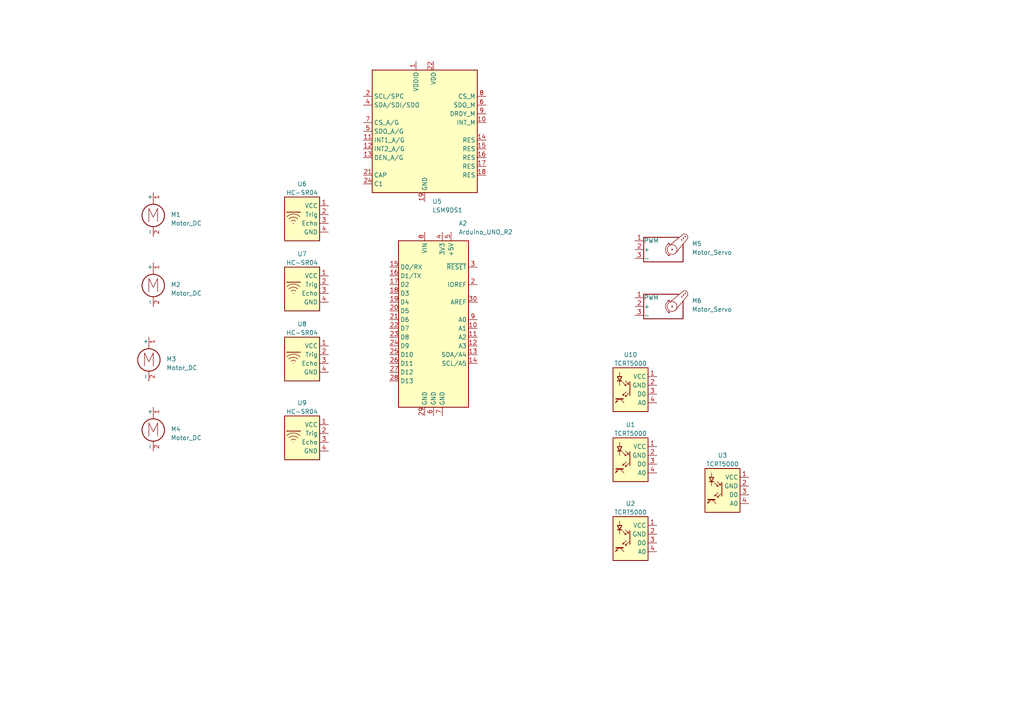
<source format=kicad_sch>
(kicad_sch (version 20231120) (generator "eeschema") (generator_version "8.0")
  (paper "A4")
  (lib_symbols
    (symbol "MCU_Module:Arduino_UNO_R2"
      (property "Reference" "A" (at -10.16 23.495 0))
      (property "Value" "Arduino_UNO_R2" (at 5.08 -26.67 0))
      (symbol "Arduino_UNO_R2_0_1"
        (rectangle (start -10.16 22.86) (end 10.16 -25.4) (stroke (width 0.254)) (fill (type background)))
      )
      (symbol "Arduino_UNO_R2_1_1"
        (pin no_connect line (at -10.16 -20.32 0) (length 2.54) hide (name "NC") (number "1"))
        (pin bidirectional line (at 12.7 -2.54 180) (length 2.54) (name "A1") (number "10"))
        (pin bidirectional line (at 12.7 -5.08 180) (length 2.54) (name "A2") (number "11"))
        (pin bidirectional line (at 12.7 -7.62 180) (length 2.54) (name "A3") (number "12"))
        (pin bidirectional line (at 12.7 -10.16 180) (length 2.54) (name "SDA/A4") (number "13"))
        (pin bidirectional line (at 12.7 -12.7 180) (length 2.54) (name "SCL/A5") (number "14"))
        (pin bidirectional line (at -12.7 15.24 0) (length 2.54) (name "D0/RX") (number "15"))
        (pin bidirectional line (at -12.7 12.7 0) (length 2.54) (name "D1/TX") (number "16"))
        (pin bidirectional line (at -12.7 10.16 0) (length 2.54) (name "D2") (number "17"))
        (pin bidirectional line (at -12.7 7.62 0) (length 2.54) (name "D3") (number "18"))
        (pin bidirectional line (at -12.7 5.08 0) (length 2.54) (name "D4") (number "19"))
        (pin output line (at 12.7 10.16 180) (length 2.54) (name "IOREF") (number "2"))
        (pin bidirectional line (at -12.7 2.54 0) (length 2.54) (name "D5") (number "20"))
        (pin bidirectional line (at -12.7 0 0) (length 2.54) (name "D6") (number "21"))
        (pin bidirectional line (at -12.7 -2.54 0) (length 2.54) (name "D7") (number "22"))
        (pin bidirectional line (at -12.7 -5.08 0) (length 2.54) (name "D8") (number "23"))
        (pin bidirectional line (at -12.7 -7.62 0) (length 2.54) (name "D9") (number "24"))
        (pin bidirectional line (at -12.7 -10.16 0) (length 2.54) (name "D10") (number "25"))
        (pin bidirectional line (at -12.7 -12.7 0) (length 2.54) (name "D11") (number "26"))
        (pin bidirectional line (at -12.7 -15.24 0) (length 2.54) (name "D12") (number "27"))
        (pin bidirectional line (at -12.7 -17.78 0) (length 2.54) (name "D13") (number "28"))
        (pin power_in line (at -2.54 -27.94 90) (length 2.54) (name "GND") (number "29"))
        (pin input line (at 12.7 15.24 180) (length 2.54) (name "~{RESET}") (number "3"))
        (pin input line (at 12.7 5.08 180) (length 2.54) (name "AREF") (number "30"))
        (pin power_out line (at 2.54 25.4 270) (length 2.54) (name "3V3") (number "4"))
        (pin power_out line (at 5.08 25.4 270) (length 2.54) (name "+5V") (number "5"))
        (pin power_in line (at 0 -27.94 90) (length 2.54) (name "GND") (number "6"))
        (pin power_in line (at 2.54 -27.94 90) (length 2.54) (name "GND") (number "7"))
        (pin power_in line (at -2.54 25.4 270) (length 2.54) (name "VIN") (number "8"))
        (pin bidirectional line (at 12.7 0 180) (length 2.54) (name "A0") (number "9"))
      )
    )
    (symbol "Motor:Motor_DC" (pin_names (offset 0))
      (property "Reference" "M" (at 2.54 2.54 0))
      (property "Value" "Motor_DC" (at 2.54 -5.08 0))
      (symbol "Motor_DC_0_0"
        (polyline (pts (xy -1.27 -3.302) (xy -1.27 0.508) (xy 0 -2.032) (xy 1.27 0.508) (xy 1.27 -3.302)))
      )
      (symbol "Motor_DC_0_1"
        (circle (center 0 -1.524) (radius 3.2512) (stroke (width 0.254)))
        (polyline (pts (xy 0 -7.62) (xy 0 -7.112)))
        (polyline (pts (xy 0 -4.7752) (xy 0 -5.1816)))
        (polyline (pts (xy 0 1.7272) (xy 0 2.0828)))
        (polyline (pts (xy 0 2.032) (xy 0 2.54)))
      )
      (symbol "Motor_DC_1_1"
        (pin passive line (at 0 5.08 270) (length 2.54) (name "+") (number "1"))
        (pin passive line (at 0 -7.62 90) (length 2.54) (name "-") (number "2"))
      )
    )
    (symbol "Motor:Motor_Servo" (pin_names (offset 0.0254))
      (property "Reference" "M" (at -5.08 4.445 0))
      (property "Value" "Motor_Servo" (at -5.08 -4.064 0))
      (symbol "Motor_Servo_0_1"
        (polyline (pts (xy 2.413 -1.778) (xy 2.032 -1.778)))
        (polyline (pts (xy 2.413 -1.778) (xy 2.286 -1.397)))
        (polyline (pts (xy 2.413 1.778) (xy 1.905 1.778)))
        (polyline (pts (xy 2.413 1.778) (xy 2.286 1.397)))
        (polyline (pts (xy 6.35 4.445) (xy 2.54 1.27)))
        (polyline (pts (xy 7.62 3.175) (xy 4.191 -1.016)))
        (polyline (pts (xy 5.08 3.556) (xy -5.08 3.556) (xy -5.08 -3.556) (xy 6.35 -3.556) (xy 6.35 1.524)) (stroke (width 0.254)))
        (arc (start 2.413 1.778) (mid 1.2406 0) (end 2.413 -1.778))
        (circle (center 3.175 0) (radius 0.1778))
        (circle (center 3.175 0) (radius 1.4224))
        (circle (center 5.969 2.794) (radius 0.127))
        (circle (center 6.477 3.302) (radius 0.127))
        (circle (center 6.985 3.81) (radius 0.127))
        (arc (start 7.62 3.175) (mid 7.4485 4.2735) (end 6.35 4.445))
      )
      (symbol "Motor_Servo_1_1"
        (pin passive line (at -7.62 2.54 0) (length 2.54) (name "PWM") (number "1"))
        (pin passive line (at -7.62 0 0) (length 2.54) (name "+") (number "2"))
        (pin passive line (at -7.62 -2.54 0) (length 2.54) (name "-") (number "3"))
      )
    )
    (symbol "Sensor_Motion:LSM9DS1"
      (property "Reference" "U" (at -15.24 21.59 0))
      (property "Value" "LSM9DS1" (at -15.24 19.05 0))
      (symbol "LSM9DS1_0_1"
        (rectangle (start -15.24 17.78) (end 15.24 -17.78) (stroke (width 0.254)) (fill (type background)))
      )
      (symbol "LSM9DS1_1_1"
        (pin power_in line (at -2.54 20.32 270) (length 2.54) (name "VDDIO") (number "1"))
        (pin output line (at 17.78 2.54 180) (length 2.54) (name "INT_M") (number "10"))
        (pin output line (at -17.78 -2.54 0) (length 2.54) (name "INT1_A/G") (number "11"))
        (pin output line (at -17.78 -5.08 0) (length 2.54) (name "INT2_A/G") (number "12"))
        (pin input line (at -17.78 -7.62 0) (length 2.54) (name "DEN_A/G") (number "13"))
        (pin bidirectional line (at 17.78 -2.54 180) (length 2.54) (name "RES") (number "14"))
        (pin bidirectional line (at 17.78 -5.08 180) (length 2.54) (name "RES") (number "15"))
        (pin bidirectional line (at 17.78 -7.62 180) (length 2.54) (name "RES") (number "16"))
        (pin bidirectional line (at 17.78 -10.16 180) (length 2.54) (name "RES") (number "17"))
        (pin bidirectional line (at 17.78 -12.7 180) (length 2.54) (name "RES") (number "18"))
        (pin power_in line (at 0 -20.32 90) (length 2.54) (name "GND") (number "19"))
        (pin input line (at -17.78 10.16 0) (length 2.54) (name "SCL/SPC") (number "2"))
        (pin passive line (at 0 -20.32 90) (length 2.54) hide (name "GND") (number "20"))
        (pin passive line (at -17.78 -12.7 0) (length 2.54) (name "CAP") (number "21"))
        (pin power_in line (at 2.54 20.32 270) (length 2.54) (name "VDD") (number "22"))
        (pin passive line (at 2.54 20.32 270) (length 2.54) hide (name "VDD") (number "23"))
        (pin passive line (at -17.78 -15.24 0) (length 2.54) (name "C1") (number "24"))
        (pin passive line (at -2.54 20.32 270) (length 2.54) hide (name "VDDIO") (number "3"))
        (pin bidirectional line (at -17.78 7.62 0) (length 2.54) (name "SDA/SDI/SDO") (number "4"))
        (pin output line (at -17.78 0 0) (length 2.54) (name "SDO_A/G") (number "5"))
        (pin output line (at 17.78 7.62 180) (length 2.54) (name "SDO_M") (number "6"))
        (pin input line (at -17.78 2.54 0) (length 2.54) (name "CS_A/G") (number "7"))
        (pin input line (at 17.78 10.16 180) (length 2.54) (name "CS_M") (number "8"))
        (pin output line (at 17.78 5.08 180) (length 2.54) (name "DRDY_M") (number "9"))
      )
    )
    (symbol "symbol_lib:HC-SR04"
      (property "Reference" "U" (at 0 0 0))
      (symbol "HC-SR04_0_1"
        (arc (start -1.905 -8.255) (mid -2.54 -7.992) (end -3.175 -8.255))
        (arc (start -1.27 -7.62) (mid -2.54 -7.0939) (end -3.81 -7.62))
        (arc (start -0.635 -6.985) (mid -2.54 -6.1959) (end -4.445 -6.985))
        (polyline (pts (xy -4.445 -5.715) (xy -4.191 -5.461)))
        (polyline (pts (xy -3.937 -5.715) (xy -3.683 -5.461)))
        (polyline (pts (xy -3.429 -5.715) (xy -3.175 -5.461)))
        (polyline (pts (xy -2.921 -5.715) (xy -2.667 -5.461)))
        (polyline (pts (xy -2.413 -5.715) (xy -2.159 -5.461)))
        (polyline (pts (xy -1.905 -5.715) (xy -1.651 -5.461)))
        (polyline (pts (xy -1.397 -5.715) (xy -1.143 -5.461)))
        (polyline (pts (xy -0.889 -5.715) (xy -0.635 -5.461)))
        (polyline (pts (xy -0.381 -5.715) (xy -4.572 -5.715)))
      )
      (symbol "HC-SR04_1_1"
        (rectangle (start -5.08 -1.27) (end 5.08 -13.97) (stroke (width 0.254) (color 132 0 0 1)) (fill (type background)))
        (circle (center -2.54 -8.89) (radius 0.0001) (stroke (width 0.254) (color 132 0 0 1)) (fill (type outline)))
        (pin power_in line (at 7.62 -3.81 180) (length 2.54) (name "VCC") (number "1"))
        (pin input line (at 7.62 -6.35 180) (length 2.54) (name "Trig") (number "2"))
        (pin output line (at 7.62 -8.89 180) (length 2.54) (name "Echo") (number "3"))
        (pin output line (at 7.62 -11.43 180) (length 2.54) (name "GND") (number "4"))
      )
    )
    (symbol "symbol_lib:TCRT5000"
      (property "Reference" "U" (at 0 0 0))
      (symbol "TCRT5000_0_1"
        (polyline (pts (xy -3.81 -5.08) (xy -2.54 -5.08)) (stroke (width 0.254)))
        (polyline (pts (xy -3.302 -10.287) (xy -4.445 -11.43)))
        (polyline (pts (xy -3.175 -6.35) (xy -3.175 -5.08)))
        (polyline (pts (xy -3.175 -3.81) (xy -3.175 -2.54)))
        (polyline (pts (xy -3.048 -10.287) (xy -1.905 -11.43)))
        (polyline (pts (xy -2.286 -9.271) (xy -2.159 -8.763)))
        (polyline (pts (xy -1.524 -9.652) (xy -1.397 -9.144)))
        (polyline (pts (xy -1.27 -6.477) (xy -1.778 -6.35)))
        (polyline (pts (xy -0.508 -6.096) (xy -1.016 -5.969)))
        (polyline (pts (xy -0.254 -9.398) (xy -0.254 -5.207)))
        (polyline (pts (xy -0.254 -8.89) (xy 0 -9.144)))
        (polyline (pts (xy -0.254 -8.382) (xy 0 -8.636)))
        (polyline (pts (xy -0.254 -7.874) (xy 0 -8.128)))
        (polyline (pts (xy -0.254 -7.366) (xy 0 -7.62)))
        (polyline (pts (xy -0.254 -6.858) (xy 0 -7.112)))
        (polyline (pts (xy -0.254 -6.35) (xy 0 -6.604)))
        (polyline (pts (xy -0.254 -5.842) (xy 0 -6.096)))
        (polyline (pts (xy -0.254 -5.334) (xy 0 -5.588)))
        (polyline (pts (xy -2.286 -5.461) (xy -1.27 -6.477) (xy -1.397 -5.969)))
        (polyline (pts (xy -2.159 -10.287) (xy -4.191 -10.287) (xy -4.191 -10.287)) (stroke (width 0.3556)))
        (polyline (pts (xy -1.524 -5.08) (xy -0.508 -6.096) (xy -0.635 -5.588)))
        (polyline (pts (xy -1.27 -8.255) (xy -2.286 -9.271) (xy -1.778 -9.144)))
        (polyline (pts (xy -0.508 -8.636) (xy -1.524 -9.652) (xy -1.016 -9.525)))
        (polyline (pts (xy -4.318 -11.303) (xy -3.81 -11.049) (xy -4.064 -10.795) (xy -4.318 -11.303)))
        (polyline (pts (xy -3.175 -5.08) (xy -3.81 -3.81) (xy -2.54 -3.81) (xy -3.175 -5.08)) (stroke (width 0.254)))
      )
      (symbol "TCRT5000_1_1"
        (rectangle (start -5.08 -1.27) (end 5.08 -13.97) (stroke (width 0.254)) (fill (type background)))
        (pin power_in line (at 7.62 -3.81 180) (length 2.54) (name "VCC") (number "1"))
        (pin power_in line (at 7.62 -6.35 180) (length 2.54) (name "GND") (number "2"))
        (pin output line (at 7.62 -8.89 180) (length 2.54) (name "D0") (number "3"))
        (pin output line (at 7.62 -11.43 180) (length 2.54) (name "A0") (number "4"))
      )
    )
  )
  (symbol (lib_id "symbol_lib:TCRT5000") (at 182.88 148.59 0) (unit 1)
    (property "Reference" "U2" (at 182.88 146.05 0))
    (property "Value" "TCRT5000" (at 182.88 148.59 0))
  )
  (symbol (lib_id "Motor:Motor_DC") (at 44.45 60.96 0) (unit 1)
    (property "Reference" "M1" (at 49.53 62.2299 0) (effects (justify left)))
    (property "Value" "Motor_DC" (at 49.53 64.7699 0) (effects (justify left)))
    (property "Description" "DC Motor" (effects (hide yes)))
  )
  (symbol (lib_id "MCU_Module:Arduino_UNO_R2") (at 125.73 92.71 0) (unit 1)
    (property "Reference" "A2" (at 133.0041 64.77 0) (effects (justify left)))
    (property "Value" "Arduino_UNO_R2" (at 133.0041 67.31 0) (effects (justify left)))
    (property "Footprint" "Module:Arduino_UNO_R2" (effects (hide yes)))
    (property "Datasheet" "https://www.arduino.cc/en/Main/arduinoBoardUno" (effects (hide yes)))
    (property "Description" "Arduino UNO Microcontroller Module, release 2" (effects (hide yes)))
  )
  (symbol (lib_id "Motor:Motor_DC") (at 43.18 102.87 0) (unit 1)
    (property "Reference" "M3" (at 48.26 104.1399 0) (effects (justify left)))
    (property "Value" "Motor_DC" (at 48.26 106.6799 0) (effects (justify left)))
    (property "Description" "DC Motor" (effects (hide yes)))
  )
  (symbol (lib_id "symbol_lib:HC-SR04") (at 87.63 96.52 0) (unit 1)
    (property "Reference" "U8" (at 87.63 93.98 0))
    (property "Value" "HC-SR04" (at 87.63 96.52 0))
  )
  (symbol (lib_id "symbol_lib:TCRT5000") (at 182.88 125.73 0) (unit 1)
    (property "Reference" "U1" (at 182.88 123.19 0))
    (property "Value" "TCRT5000" (at 182.88 125.73 0))
  )
  (symbol (lib_id "Motor:Motor_DC") (at 44.45 123.19 0) (unit 1)
    (property "Reference" "M4" (at 49.53 124.4599 0) (effects (justify left)))
    (property "Value" "Motor_DC" (at 49.53 126.9999 0) (effects (justify left)))
    (property "Description" "DC Motor" (effects (hide yes)))
  )
  (symbol (lib_id "symbol_lib:HC-SR04") (at 87.63 76.2 0) (unit 1)
    (property "Reference" "U7" (at 87.63 73.66 0))
    (property "Value" "HC-SR04" (at 87.63 76.2 0))
  )
  (symbol (lib_id "Motor:Motor_Servo") (at 191.77 88.9 0) (unit 1)
    (property "Reference" "M6" (at 200.66 87.1965 0) (effects (justify left)))
    (property "Value" "Motor_Servo" (at 200.66 89.7365 0) (effects (justify left)))
    (property "Datasheet" "http://forums.parallax.com/uploads/attachments/46831/74481.png" (effects (hide yes)))
    (property "Description" "Servo Motor (Futaba, HiTec, JR connector)" (effects (hide yes)))
  )
  (symbol (lib_id "symbol_lib:HC-SR04") (at 87.63 55.88 0) (unit 1)
    (property "Reference" "U6" (at 87.63 53.34 0))
    (property "Value" "HC-SR04" (at 87.63 55.88 0))
  )
  (symbol (lib_id "symbol_lib:TCRT5000") (at 209.55 134.62 0) (unit 1)
    (property "Reference" "U3" (at 209.55 132.08 0))
    (property "Value" "TCRT5000" (at 209.55 134.62 0))
  )
  (symbol (lib_id "symbol_lib:TCRT5000") (at 182.88 105.41 0) (unit 1)
    (property "Reference" "U10" (at 182.88 102.87 0))
    (property "Value" "TCRT5000" (at 182.88 105.41 0))
  )
  (symbol (lib_id "Motor:Motor_DC") (at 44.45 81.28 0) (unit 1)
    (property "Reference" "M2" (at 49.53 82.5499 0) (effects (justify left)))
    (property "Value" "Motor_DC" (at 49.53 85.0899 0) (effects (justify left)))
    (property "Description" "DC Motor" (effects (hide yes)))
  )
  (symbol (lib_id "symbol_lib:HC-SR04") (at 87.63 119.38 0) (unit 1)
    (property "Reference" "U9" (at 87.63 116.84 0))
    (property "Value" "HC-SR04" (at 87.63 119.38 0))
  )
  (symbol (lib_id "Sensor_Motion:LSM9DS1") (at 123.19 38.1 0) (unit 1)
    (property "Reference" "U5" (at 125.3841 58.42 0) (effects (justify left)))
    (property "Value" "LSM9DS1" (at 125.3841 60.96 0) (effects (justify left)))
    (property "Footprint" "Package_LGA:LGA-24L_3x3.5mm_P0.43mm" (effects (hide yes)))
    (property "Datasheet" "https://www.digikey.com/htmldatasheets/production/1639232/0/0/1/LSM9DS1-Datasheet.pdf" (effects (hide yes)))
    (property "Description" "I2C SPI 9 axis IMU accelerometer gyroscope magnetometer" (effects (hide yes)))
  )
  (symbol (lib_id "Motor:Motor_Servo") (at 191.77 72.39 0) (unit 1)
    (property "Reference" "M5" (at 200.66 70.6865 0) (effects (justify left)))
    (property "Value" "Motor_Servo" (at 200.66 73.2265 0) (effects (justify left)))
    (property "Datasheet" "http://forums.parallax.com/uploads/attachments/46831/74481.png" (effects (hide yes)))
    (property "Description" "Servo Motor (Futaba, HiTec, JR connector)" (effects (hide yes)))
  )
)
</source>
